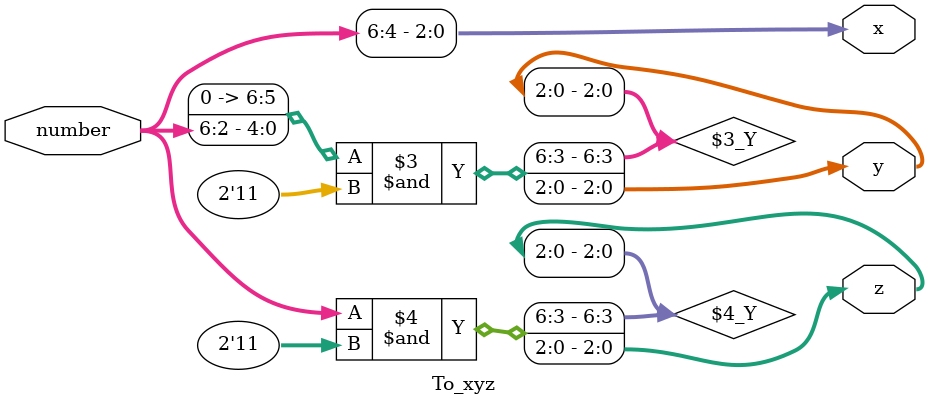
<source format=v>
module To_xyz(
    input [6:0] number,
    output [2:0] x,
    output [2:0] y,
    output [2:0] z
);

assign x = (number>>3'd4); //number/16
assign y = ((number>>3'd2)&2'b11); //（number/4)%4
assign z = (number&2'b11); //number%4
endmodule
</source>
